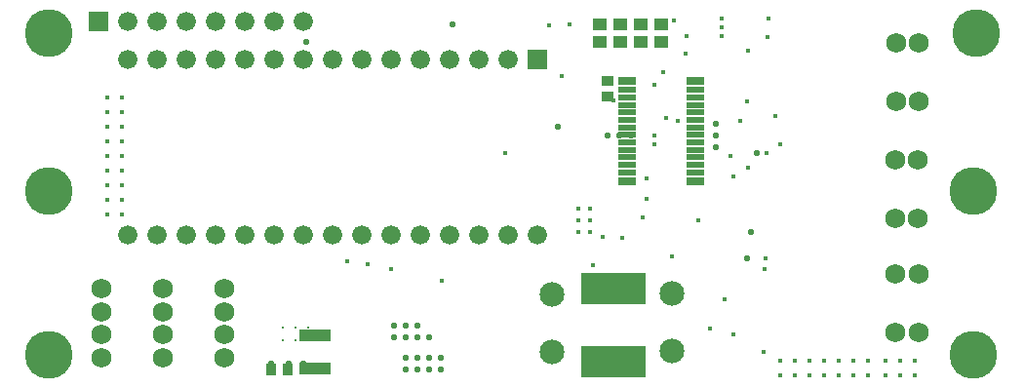
<source format=gbs>
G04 Layer_Color=16711935*
%FSLAX25Y25*%
%MOIN*%
G70*
G01*
G75*
%ADD53R,0.04143X0.03356*%
%ADD56R,0.10836X0.04340*%
%ADD59R,0.04537X0.04143*%
%ADD62C,0.06600*%
%ADD63R,0.06600X0.06600*%
%ADD64C,0.06900*%
%ADD65C,0.08474*%
%ADD66C,0.16348*%
%ADD67C,0.01700*%
%ADD68C,0.02300*%
%ADD69C,0.00987*%
%ADD70R,0.22000X0.11000*%
%ADD71R,0.03356X0.04143*%
%ADD72R,0.05915X0.02175*%
%ADD73R,0.05915X0.02962*%
D53*
X426000Y295756D02*
D03*
Y290244D02*
D03*
D56*
X326000Y208512D02*
D03*
Y197488D02*
D03*
D59*
X444500Y308850D02*
D03*
Y315150D02*
D03*
X437500Y308850D02*
D03*
Y315150D02*
D03*
X430500Y308850D02*
D03*
Y315150D02*
D03*
X423600Y308850D02*
D03*
Y315150D02*
D03*
D62*
X272000Y316000D02*
D03*
X262000D02*
D03*
X322000D02*
D03*
X312000D02*
D03*
X302000D02*
D03*
X292000D02*
D03*
X282000D02*
D03*
Y303000D02*
D03*
X292000D02*
D03*
X302000D02*
D03*
X312000D02*
D03*
X322000D02*
D03*
X332000D02*
D03*
X342000D02*
D03*
X352000D02*
D03*
X362000D02*
D03*
X372000D02*
D03*
X382000D02*
D03*
X392000D02*
D03*
X402000Y243000D02*
D03*
X272000Y303000D02*
D03*
X262000D02*
D03*
X392000Y243000D02*
D03*
X382000D02*
D03*
X372000D02*
D03*
X362000D02*
D03*
X352000D02*
D03*
X342000D02*
D03*
X332000D02*
D03*
X322000D02*
D03*
X312000D02*
D03*
X282000D02*
D03*
X302000D02*
D03*
X292000D02*
D03*
X272000D02*
D03*
X262000D02*
D03*
D63*
X252000Y316000D02*
D03*
X402000Y303000D02*
D03*
D64*
X532220Y268829D02*
D03*
X524346D02*
D03*
X532500Y229500D02*
D03*
X524626D02*
D03*
X532598Y308529D02*
D03*
X524724D02*
D03*
X532220Y248829D02*
D03*
X524346D02*
D03*
X532500Y209500D02*
D03*
X524626D02*
D03*
X532598Y288529D02*
D03*
X524724D02*
D03*
X295000Y216748D02*
D03*
Y224622D02*
D03*
Y208874D02*
D03*
Y201000D02*
D03*
X274000Y216748D02*
D03*
Y224622D02*
D03*
Y208874D02*
D03*
Y201000D02*
D03*
X253000Y216748D02*
D03*
Y224622D02*
D03*
Y208874D02*
D03*
Y201000D02*
D03*
D65*
X407000Y222685D02*
D03*
Y203000D02*
D03*
X448000Y203315D02*
D03*
Y223000D02*
D03*
D66*
X551000Y258000D02*
D03*
X235000D02*
D03*
X552000Y312000D02*
D03*
X551000Y202000D02*
D03*
X235000D02*
D03*
Y312000D02*
D03*
D67*
X438000Y249000D02*
D03*
X428000Y289000D02*
D03*
X461000Y211000D02*
D03*
X466000Y221000D02*
D03*
X431000Y242000D02*
D03*
X445244Y298756D02*
D03*
X442000Y274000D02*
D03*
Y277000D02*
D03*
X474000Y306000D02*
D03*
X352000Y231300D02*
D03*
X369401Y227401D02*
D03*
X469000Y209000D02*
D03*
X421000Y232500D02*
D03*
X424367Y242267D02*
D03*
X344000Y233000D02*
D03*
X469000Y263000D02*
D03*
X474000Y266000D02*
D03*
X468000Y270000D02*
D03*
X413000Y315000D02*
D03*
X521000Y200000D02*
D03*
X465000Y317000D02*
D03*
Y311000D02*
D03*
Y314000D02*
D03*
X410400Y297300D02*
D03*
X439400Y262400D02*
D03*
X439505Y255467D02*
D03*
X452700Y304900D02*
D03*
X406200Y314700D02*
D03*
X391000Y271000D02*
D03*
X337000Y234000D02*
D03*
X480500Y271000D02*
D03*
X480843Y310500D02*
D03*
X481244Y317000D02*
D03*
X479744Y231307D02*
D03*
X479500Y203000D02*
D03*
X485000Y195000D02*
D03*
X490000D02*
D03*
X495000D02*
D03*
X505000D02*
D03*
X500000D02*
D03*
X485000Y200000D02*
D03*
X490000D02*
D03*
X495000D02*
D03*
X500000D02*
D03*
X505000D02*
D03*
X510000Y195000D02*
D03*
Y200000D02*
D03*
X515000D02*
D03*
X526000D02*
D03*
X531000D02*
D03*
Y195000D02*
D03*
X526000D02*
D03*
X521000D02*
D03*
X515000D02*
D03*
X255000Y250000D02*
D03*
X260000D02*
D03*
Y255000D02*
D03*
X255000D02*
D03*
Y260000D02*
D03*
X260000D02*
D03*
Y265000D02*
D03*
X255000D02*
D03*
Y270000D02*
D03*
X260000D02*
D03*
Y275000D02*
D03*
X255000D02*
D03*
Y280000D02*
D03*
X260000D02*
D03*
Y285000D02*
D03*
X255000D02*
D03*
Y290000D02*
D03*
X260000D02*
D03*
X442000Y294300D02*
D03*
X448034Y235500D02*
D03*
X448700Y316300D02*
D03*
X453000Y311000D02*
D03*
X473981Y288819D02*
D03*
X483500Y283500D02*
D03*
X485000Y274000D02*
D03*
X450000Y282000D02*
D03*
X446000Y283000D02*
D03*
X471400Y282100D02*
D03*
X457000Y248000D02*
D03*
X480000Y235000D02*
D03*
X420000Y252000D02*
D03*
Y248000D02*
D03*
Y244000D02*
D03*
X416000D02*
D03*
Y248000D02*
D03*
Y252000D02*
D03*
D68*
X353000Y212000D02*
D03*
Y208000D02*
D03*
X361000Y212000D02*
D03*
X357000D02*
D03*
Y208000D02*
D03*
X361000D02*
D03*
X365000D02*
D03*
X475000Y244000D02*
D03*
X473906Y235000D02*
D03*
X477000Y271000D02*
D03*
X323000Y309000D02*
D03*
X373000Y315000D02*
D03*
X426000Y277000D02*
D03*
X430000D02*
D03*
X434000D02*
D03*
X463000Y281000D02*
D03*
Y273000D02*
D03*
Y277000D02*
D03*
X409000Y280000D02*
D03*
X357000Y197000D02*
D03*
X361000D02*
D03*
X365000D02*
D03*
X369000D02*
D03*
Y201000D02*
D03*
X365000D02*
D03*
X361000D02*
D03*
X357000D02*
D03*
X322000Y199000D02*
D03*
X317000D02*
D03*
X311000D02*
D03*
D69*
X315158Y211165D02*
D03*
X319488Y206835D02*
D03*
Y211165D02*
D03*
X323819Y206835D02*
D03*
Y211165D02*
D03*
X315158Y206835D02*
D03*
D70*
X428000Y199500D02*
D03*
Y224500D02*
D03*
D71*
X311244Y197000D02*
D03*
X316756D02*
D03*
D72*
X432984Y287457D02*
D03*
Y290016D02*
D03*
Y292575D02*
D03*
Y284898D02*
D03*
Y282339D02*
D03*
X456016D02*
D03*
Y284898D02*
D03*
Y292575D02*
D03*
Y290016D02*
D03*
Y287457D02*
D03*
Y279780D02*
D03*
Y277220D02*
D03*
Y274661D02*
D03*
Y272102D02*
D03*
Y264425D02*
D03*
Y266984D02*
D03*
Y269543D02*
D03*
X432984D02*
D03*
Y266984D02*
D03*
Y264425D02*
D03*
Y272102D02*
D03*
Y274661D02*
D03*
Y277220D02*
D03*
Y279780D02*
D03*
D73*
X456016Y295528D02*
D03*
Y261472D02*
D03*
X432984D02*
D03*
Y295528D02*
D03*
M02*

</source>
